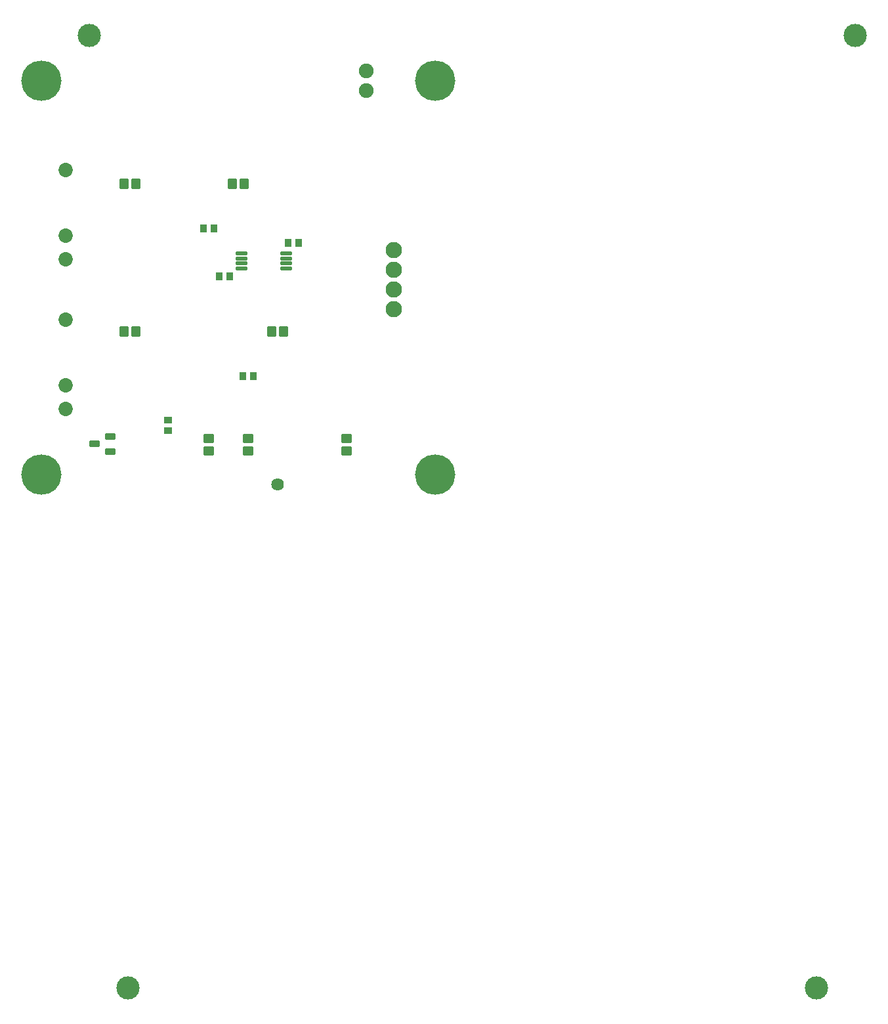
<source format=gts>
G04 Layer: TopSolderMaskLayer*
G04 Panelize: V-CUT, Column: 2, Row: 2, Board Size: 58.42mm x 58.42mm, Panelized Board Size: 118.84mm x 118.84mm*
G04 EasyEDA v6.5.32, 2023-07-25 14:04:49*
G04 78adb3c971e143a89decd24a0aaa9f3b,5a6b42c53f6a479593ecc07194224c93,10*
G04 Gerber Generator version 0.2*
G04 Scale: 100 percent, Rotated: No, Reflected: No *
G04 Dimensions in millimeters *
G04 leading zeros omitted , absolute positions ,4 integer and 5 decimal *
%FSLAX45Y45*%
%MOMM*%

%AMMACRO1*1,1,$1,$2,$3*1,1,$1,$4,$5*1,1,$1,0-$2,0-$3*1,1,$1,0-$4,0-$5*20,1,$1,$2,$3,$4,$5,0*20,1,$1,$4,$5,0-$2,0-$3,0*20,1,$1,0-$2,0-$3,0-$4,0-$5,0*20,1,$1,0-$4,0-$5,$2,$3,0*4,1,4,$2,$3,$4,$5,0-$2,0-$3,0-$4,0-$5,$2,$3,0*%
%ADD10MACRO1,0.2032X0.5X-0.55X-0.5X-0.55*%
%ADD11MACRO1,0.1016X0.4X-0.45X-0.4X-0.45*%
%ADD12MACRO1,0.1016X-0.45X-0.4X-0.45X0.4*%
%ADD13MACRO1,0.2032X0.55X0.5X0.55X-0.5*%
%ADD14MACRO1,0.1016X-0.625X0.35X0.625X0.35*%
%ADD15C,1.8532*%
%ADD16O,1.6015970000000002X0.5015992*%
%ADD17C,5.2032*%
%ADD18C,2.1016*%
%ADD19C,1.9016*%
%ADD20C,1.6256*%
%ADD21C,3.0000*%

%LPD*%
D10*
G01*
X3000992Y4127500D03*
G01*
X2840992Y4127500D03*
G01*
X3508992Y2222500D03*
G01*
X3348992Y2222500D03*
D11*
G01*
X2469996Y3556000D03*
G01*
X2609994Y3556000D03*
G01*
X2977996Y1651000D03*
G01*
X3117994Y1651000D03*
D12*
G01*
X2019300Y1086003D03*
G01*
X2019300Y946005D03*
D13*
G01*
X2540000Y841992D03*
G01*
X2540000Y681992D03*
G01*
X3048000Y841992D03*
G01*
X3048000Y681992D03*
G01*
X4318000Y841992D03*
G01*
X4318000Y681992D03*
D14*
G01*
X1268399Y679703D03*
G01*
X1268399Y869694D03*
G01*
X1068400Y774698D03*
D10*
G01*
X1443992Y2222500D03*
G01*
X1603992Y2222500D03*
D15*
G01*
X698500Y2379598D03*
G01*
X698500Y1529613D03*
G01*
X698500Y1229588D03*
G01*
X698500Y4309998D03*
G01*
X698500Y3460013D03*
G01*
X698500Y3159988D03*
D10*
G01*
X1443992Y4127500D03*
G01*
X1603992Y4127500D03*
D11*
G01*
X2673200Y2933700D03*
G01*
X2813202Y2933700D03*
G01*
X3562196Y3365500D03*
G01*
X3702194Y3365500D03*
D16*
G01*
X3541191Y3039363D03*
G01*
X2961208Y3234436D03*
G01*
X2961208Y3169412D03*
G01*
X2961208Y3104387D03*
G01*
X2961208Y3039363D03*
G01*
X3541191Y3234436D03*
G01*
X3541191Y3169412D03*
G01*
X3541191Y3104387D03*
D17*
G01*
X381000Y5461000D03*
G01*
X5461000Y5461000D03*
G01*
X5461000Y381000D03*
G01*
X381000Y381000D03*
D18*
G01*
X4931206Y3020187D03*
G01*
X4931206Y2766187D03*
G01*
X4931206Y2512187D03*
D19*
G01*
X4572000Y5588000D03*
G01*
X4572000Y5334000D03*
D18*
G01*
X4931206Y3274187D03*
D20*
G01*
X3429000Y254000D03*
D21*
G01*
X999997Y6041999D03*
G01*
X10884001Y6041999D03*
G01*
X1499996Y-6241999D03*
G01*
X10384002Y-6241999D03*
M02*

</source>
